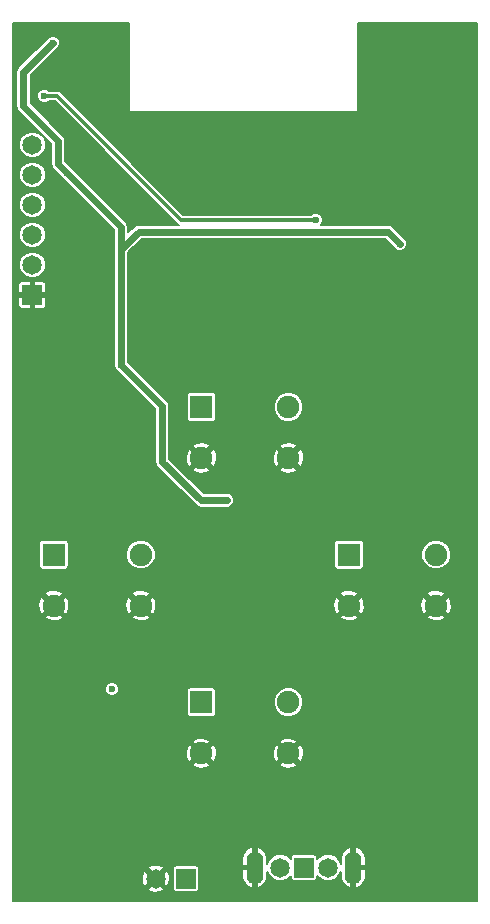
<source format=gbr>
G04 #@! TF.FileFunction,Copper,L2,Bot,Signal*
%FSLAX46Y46*%
G04 Gerber Fmt 4.6, Leading zero omitted, Abs format (unit mm)*
G04 Created by KiCad (PCBNEW 4.0.2+dfsg1-stable) date Sun 24 Sep 2017 04:33:04 PM CDT*
%MOMM*%
G01*
G04 APERTURE LIST*
%ADD10C,0.100000*%
%ADD11C,1.651000*%
%ADD12R,1.651000X1.651000*%
%ADD13O,1.397000X2.794000*%
%ADD14R,1.905000X1.905000*%
%ADD15C,1.905000*%
%ADD16C,8.000000*%
%ADD17C,0.600000*%
%ADD18C,0.300000*%
%ADD19C,0.200000*%
%ADD20C,0.600000*%
G04 APERTURE END LIST*
D10*
D11*
X77038300Y-146837700D03*
X72974300Y-146837700D03*
D12*
X75006300Y-146837700D03*
D13*
X79171900Y-146837700D03*
X70840700Y-146837700D03*
D12*
X52000000Y-98350000D03*
D11*
X52000000Y-95810000D03*
X52000000Y-93270000D03*
X52000000Y-90730000D03*
X52000000Y-88190000D03*
X52000000Y-85650000D03*
D14*
X66317000Y-107841000D03*
D15*
X66317000Y-112159000D03*
X73683000Y-112159000D03*
X73683000Y-107841000D03*
D14*
X78817000Y-120341000D03*
D15*
X78817000Y-124659000D03*
X86183000Y-124659000D03*
X86183000Y-120341000D03*
D14*
X66317000Y-132841000D03*
D15*
X66317000Y-137159000D03*
X73683000Y-137159000D03*
X73683000Y-132841000D03*
D14*
X53817000Y-120341000D03*
D15*
X53817000Y-124659000D03*
X61183000Y-124659000D03*
X61183000Y-120341000D03*
D16*
X55000000Y-112000000D03*
X85000000Y-112000000D03*
X55000000Y-142000000D03*
X85000000Y-142000000D03*
D12*
X65001240Y-147774960D03*
D11*
X62461240Y-147774960D03*
D17*
X53000000Y-81500000D03*
X76000000Y-92000000D03*
X73000000Y-97000000D03*
X70000000Y-97000000D03*
X67000000Y-97000000D03*
X64000000Y-97000000D03*
X81000000Y-149000000D03*
X85000000Y-149000000D03*
X89000000Y-149000000D03*
X59000000Y-149000000D03*
X55000000Y-149000006D03*
X51000000Y-149000000D03*
X89000000Y-104000000D03*
X60000000Y-91000000D03*
X57000000Y-93000000D03*
X51000000Y-77000000D03*
X52000000Y-76000000D03*
X59400000Y-82000000D03*
X64000000Y-83299994D03*
X59400000Y-80000000D03*
X59400000Y-77999994D03*
X64000000Y-106000000D03*
X68000000Y-106000000D03*
X72000000Y-106000000D03*
X69000000Y-103000000D03*
X66000000Y-103000000D03*
X63200002Y-103000000D03*
X62000000Y-104000000D03*
X84000000Y-99000000D03*
X81000000Y-102000000D03*
X78000000Y-102000000D03*
X89000000Y-98400000D03*
X89000000Y-93400000D03*
X89000000Y-80000001D03*
X89000000Y-86000000D03*
X89000000Y-76000000D03*
X84000000Y-76000000D03*
X65800000Y-125300000D03*
X67000000Y-129000000D03*
X70000000Y-129000000D03*
X67000000Y-126600000D03*
X55000000Y-91000000D03*
X69000000Y-94000000D03*
X64000000Y-94000000D03*
X73000000Y-94000000D03*
X73000000Y-90000000D03*
X64000000Y-90000000D03*
X64000000Y-88000000D03*
X73000000Y-88000000D03*
X73000000Y-86000000D03*
X64000000Y-86000000D03*
X80000000Y-76000000D03*
X80000000Y-78000000D03*
X80000000Y-80000000D03*
X80000000Y-82000000D03*
X67000000Y-83299994D03*
X75000000Y-83300000D03*
X73000000Y-83300000D03*
X70000000Y-83300000D03*
X59400000Y-76000000D03*
X55000010Y-86000000D03*
X52500000Y-134200000D03*
X78000000Y-99100000D03*
X79800000Y-98000000D03*
X83099990Y-94000000D03*
X53750000Y-77000000D03*
X54900000Y-88000000D03*
X68500000Y-115750000D03*
X59500000Y-104250000D03*
X58750000Y-131750000D03*
D18*
X53000000Y-81500000D02*
X54100000Y-81500000D01*
X54100000Y-81500000D02*
X64600000Y-92000000D01*
X64600000Y-92000000D02*
X75575736Y-92000000D01*
X75575736Y-92000000D02*
X76000000Y-92000000D01*
D19*
X70000000Y-97000000D02*
X73000000Y-97000000D01*
X67000000Y-97000000D02*
X70000000Y-97000000D01*
X64000000Y-94000000D02*
X64000000Y-97000000D01*
X89000000Y-149000000D02*
X85000000Y-149000000D01*
X54999994Y-149000000D02*
X55000000Y-149000006D01*
X51000000Y-149000000D02*
X54999994Y-149000000D01*
X59400000Y-82000000D02*
X59400000Y-82200000D01*
X59400000Y-82200000D02*
X60400000Y-83200000D01*
X60400000Y-83200000D02*
X63800000Y-83200000D01*
X63800000Y-83200000D02*
X64000000Y-83400000D01*
X55000000Y-91000000D02*
X57000000Y-93000000D01*
X59400000Y-76000000D02*
X52000000Y-76000000D01*
X64000000Y-83300000D02*
X64000000Y-83400000D01*
X64000000Y-83400000D02*
X64000000Y-86000000D01*
X59400000Y-82200000D02*
X59400000Y-80000000D01*
X59400000Y-76000000D02*
X59400000Y-77999994D01*
X68000000Y-106000000D02*
X64000000Y-106000000D01*
X69000000Y-103000000D02*
X72000000Y-106000000D01*
X63200002Y-103000000D02*
X66000000Y-103000000D01*
X78000000Y-102000000D02*
X81000000Y-102000000D01*
X89000000Y-86000000D02*
X89000000Y-80000001D01*
X84000000Y-76000000D02*
X89000000Y-76000000D01*
X67000000Y-128900000D02*
X67000000Y-129000000D01*
X67000000Y-126600000D02*
X67000000Y-128900000D01*
X73000000Y-94000000D02*
X64000000Y-94000000D01*
X64000000Y-88424264D02*
X64000000Y-90000000D01*
X64000000Y-88000000D02*
X64000000Y-88424264D01*
X73000000Y-86424264D02*
X73000000Y-88000000D01*
X73000000Y-86000000D02*
X73000000Y-86424264D01*
X80000000Y-80000000D02*
X80000000Y-78000000D01*
X79800000Y-83300000D02*
X80000000Y-83100000D01*
X80000000Y-83100000D02*
X80000000Y-82000000D01*
X75000000Y-83300000D02*
X79800000Y-83300000D01*
X64000000Y-83300000D02*
X66999994Y-83300000D01*
X66999994Y-83300000D02*
X67000000Y-83299994D01*
X70000000Y-83300000D02*
X73000000Y-83300000D01*
D20*
X83099990Y-94000000D02*
X82099990Y-93000000D01*
X82099990Y-93000000D02*
X61000000Y-93000000D01*
X61000000Y-93000000D02*
X59500000Y-94500000D01*
X59500000Y-104250000D02*
X59500000Y-94500000D01*
X59500000Y-94500000D02*
X59500000Y-92600000D01*
X53750000Y-77000000D02*
X51250000Y-79500000D01*
X51250000Y-79500000D02*
X51250000Y-82350000D01*
X51250000Y-82350000D02*
X54200000Y-85300000D01*
X54200000Y-85300000D02*
X54200000Y-87300000D01*
X54200000Y-87300000D02*
X54900000Y-88000000D01*
X59500000Y-92600000D02*
X55199999Y-88299999D01*
X55199999Y-88299999D02*
X54900000Y-88000000D01*
X63000000Y-112500000D02*
X63000000Y-107750000D01*
X63000000Y-107750000D02*
X59500000Y-104250000D01*
X68500000Y-115750000D02*
X66250000Y-115750000D01*
X66250000Y-115750000D02*
X63000000Y-112500000D01*
D19*
G36*
X60150000Y-82750000D02*
X60156839Y-82786346D01*
X60178319Y-82819727D01*
X60211094Y-82842121D01*
X60250000Y-82850000D01*
X79500000Y-82850000D01*
X79536346Y-82843161D01*
X79569727Y-82821681D01*
X79592121Y-82788906D01*
X79600000Y-82750000D01*
X79600000Y-75350000D01*
X89650000Y-75350000D01*
X89650000Y-149650000D01*
X50350000Y-149650000D01*
X50350000Y-148664085D01*
X61789904Y-148664085D01*
X61884773Y-148830399D01*
X62332553Y-148970663D01*
X62799924Y-148928892D01*
X63037707Y-148830399D01*
X63132576Y-148664085D01*
X62461240Y-147992749D01*
X61789904Y-148664085D01*
X50350000Y-148664085D01*
X50350000Y-147646273D01*
X61265537Y-147646273D01*
X61307308Y-148113644D01*
X61405801Y-148351427D01*
X61572115Y-148446296D01*
X62243451Y-147774960D01*
X62679029Y-147774960D01*
X63350365Y-148446296D01*
X63516679Y-148351427D01*
X63656943Y-147903647D01*
X63615172Y-147436276D01*
X63516679Y-147198493D01*
X63350365Y-147103624D01*
X62679029Y-147774960D01*
X62243451Y-147774960D01*
X61572115Y-147103624D01*
X61405801Y-147198493D01*
X61265537Y-147646273D01*
X50350000Y-147646273D01*
X50350000Y-146885835D01*
X61789904Y-146885835D01*
X62461240Y-147557171D01*
X63068951Y-146949460D01*
X63869863Y-146949460D01*
X63869863Y-148600460D01*
X63890782Y-148711633D01*
X63956485Y-148813739D01*
X64056737Y-148882238D01*
X64175740Y-148906337D01*
X65826740Y-148906337D01*
X65937913Y-148885418D01*
X66040019Y-148819715D01*
X66108518Y-148719463D01*
X66132617Y-148600460D01*
X66132617Y-146991700D01*
X69788200Y-146991700D01*
X69788200Y-147690200D01*
X69927250Y-148081252D01*
X70205365Y-148389325D01*
X70525721Y-148540464D01*
X70686700Y-148487820D01*
X70686700Y-146991700D01*
X69788200Y-146991700D01*
X66132617Y-146991700D01*
X66132617Y-146949460D01*
X66111698Y-146838287D01*
X66045995Y-146736181D01*
X65945743Y-146667682D01*
X65826740Y-146643583D01*
X64175740Y-146643583D01*
X64064567Y-146664502D01*
X63962461Y-146730205D01*
X63893962Y-146830457D01*
X63869863Y-146949460D01*
X63068951Y-146949460D01*
X63132576Y-146885835D01*
X63037707Y-146719521D01*
X62589927Y-146579257D01*
X62122556Y-146621028D01*
X61884773Y-146719521D01*
X61789904Y-146885835D01*
X50350000Y-146885835D01*
X50350000Y-145985200D01*
X69788200Y-145985200D01*
X69788200Y-146683700D01*
X70686700Y-146683700D01*
X70686700Y-145187580D01*
X70994700Y-145187580D01*
X70994700Y-146683700D01*
X71014700Y-146683700D01*
X71014700Y-146991700D01*
X70994700Y-146991700D01*
X70994700Y-148487820D01*
X71155679Y-148540464D01*
X71476035Y-148389325D01*
X71754150Y-148081252D01*
X71893200Y-147690200D01*
X71893200Y-147168522D01*
X72019591Y-147474412D01*
X72335923Y-147791296D01*
X72749442Y-147963004D01*
X73197194Y-147963395D01*
X73611012Y-147792409D01*
X73874923Y-147528958D01*
X73874923Y-147663200D01*
X73895842Y-147774373D01*
X73961545Y-147876479D01*
X74061797Y-147944978D01*
X74180800Y-147969077D01*
X75831800Y-147969077D01*
X75942973Y-147948158D01*
X76045079Y-147882455D01*
X76113578Y-147782203D01*
X76137677Y-147663200D01*
X76137677Y-147528592D01*
X76399923Y-147791296D01*
X76813442Y-147963004D01*
X77261194Y-147963395D01*
X77675012Y-147792409D01*
X77991896Y-147476077D01*
X78119400Y-147169013D01*
X78119400Y-147690200D01*
X78258450Y-148081252D01*
X78536565Y-148389325D01*
X78856921Y-148540464D01*
X79017900Y-148487820D01*
X79017900Y-146991700D01*
X79325900Y-146991700D01*
X79325900Y-148487820D01*
X79486879Y-148540464D01*
X79807235Y-148389325D01*
X80085350Y-148081252D01*
X80224400Y-147690200D01*
X80224400Y-146991700D01*
X79325900Y-146991700D01*
X79017900Y-146991700D01*
X78997900Y-146991700D01*
X78997900Y-146683700D01*
X79017900Y-146683700D01*
X79017900Y-145187580D01*
X79325900Y-145187580D01*
X79325900Y-146683700D01*
X80224400Y-146683700D01*
X80224400Y-145985200D01*
X80085350Y-145594148D01*
X79807235Y-145286075D01*
X79486879Y-145134936D01*
X79325900Y-145187580D01*
X79017900Y-145187580D01*
X78856921Y-145134936D01*
X78536565Y-145286075D01*
X78258450Y-145594148D01*
X78119400Y-145985200D01*
X78119400Y-146506878D01*
X77993009Y-146200988D01*
X77676677Y-145884104D01*
X77263158Y-145712396D01*
X76815406Y-145712005D01*
X76401588Y-145882991D01*
X76137677Y-146146442D01*
X76137677Y-146012200D01*
X76116758Y-145901027D01*
X76051055Y-145798921D01*
X75950803Y-145730422D01*
X75831800Y-145706323D01*
X74180800Y-145706323D01*
X74069627Y-145727242D01*
X73967521Y-145792945D01*
X73899022Y-145893197D01*
X73874923Y-146012200D01*
X73874923Y-146146808D01*
X73612677Y-145884104D01*
X73199158Y-145712396D01*
X72751406Y-145712005D01*
X72337588Y-145882991D01*
X72020704Y-146199323D01*
X71893200Y-146506387D01*
X71893200Y-145985200D01*
X71754150Y-145594148D01*
X71476035Y-145286075D01*
X71155679Y-145134936D01*
X70994700Y-145187580D01*
X70686700Y-145187580D01*
X70525721Y-145134936D01*
X70205365Y-145286075D01*
X69927250Y-145594148D01*
X69788200Y-145985200D01*
X50350000Y-145985200D01*
X50350000Y-138140481D01*
X65553308Y-138140481D01*
X65663852Y-138319981D01*
X66157859Y-138481556D01*
X66676092Y-138441783D01*
X66970148Y-138319981D01*
X67080692Y-138140481D01*
X72919308Y-138140481D01*
X73029852Y-138319981D01*
X73523859Y-138481556D01*
X74042092Y-138441783D01*
X74336148Y-138319981D01*
X74446692Y-138140481D01*
X73683000Y-137376789D01*
X72919308Y-138140481D01*
X67080692Y-138140481D01*
X66317000Y-137376789D01*
X65553308Y-138140481D01*
X50350000Y-138140481D01*
X50350000Y-136999859D01*
X64994444Y-136999859D01*
X65034217Y-137518092D01*
X65156019Y-137812148D01*
X65335519Y-137922692D01*
X66099211Y-137159000D01*
X66534789Y-137159000D01*
X67298481Y-137922692D01*
X67477981Y-137812148D01*
X67639556Y-137318141D01*
X67615129Y-136999859D01*
X72360444Y-136999859D01*
X72400217Y-137518092D01*
X72522019Y-137812148D01*
X72701519Y-137922692D01*
X73465211Y-137159000D01*
X73900789Y-137159000D01*
X74664481Y-137922692D01*
X74843981Y-137812148D01*
X75005556Y-137318141D01*
X74965783Y-136799908D01*
X74843981Y-136505852D01*
X74664481Y-136395308D01*
X73900789Y-137159000D01*
X73465211Y-137159000D01*
X72701519Y-136395308D01*
X72522019Y-136505852D01*
X72360444Y-136999859D01*
X67615129Y-136999859D01*
X67599783Y-136799908D01*
X67477981Y-136505852D01*
X67298481Y-136395308D01*
X66534789Y-137159000D01*
X66099211Y-137159000D01*
X65335519Y-136395308D01*
X65156019Y-136505852D01*
X64994444Y-136999859D01*
X50350000Y-136999859D01*
X50350000Y-136177519D01*
X65553308Y-136177519D01*
X66317000Y-136941211D01*
X67080692Y-136177519D01*
X72919308Y-136177519D01*
X73683000Y-136941211D01*
X74446692Y-136177519D01*
X74336148Y-135998019D01*
X73842141Y-135836444D01*
X73323908Y-135876217D01*
X73029852Y-135998019D01*
X72919308Y-136177519D01*
X67080692Y-136177519D01*
X66970148Y-135998019D01*
X66476141Y-135836444D01*
X65957908Y-135876217D01*
X65663852Y-135998019D01*
X65553308Y-136177519D01*
X50350000Y-136177519D01*
X50350000Y-131868824D01*
X58149896Y-131868824D01*
X58241048Y-132089429D01*
X58409683Y-132258359D01*
X58630129Y-132349896D01*
X58868824Y-132350104D01*
X59089429Y-132258952D01*
X59258359Y-132090317D01*
X59342160Y-131888500D01*
X65058623Y-131888500D01*
X65058623Y-133793500D01*
X65079542Y-133904673D01*
X65145245Y-134006779D01*
X65245497Y-134075278D01*
X65364500Y-134099377D01*
X67269500Y-134099377D01*
X67380673Y-134078458D01*
X67482779Y-134012755D01*
X67551278Y-133912503D01*
X67575377Y-133793500D01*
X67575377Y-133089045D01*
X72430283Y-133089045D01*
X72620563Y-133549557D01*
X72972589Y-133902199D01*
X73432769Y-134093282D01*
X73931045Y-134093717D01*
X74391557Y-133903437D01*
X74744199Y-133551411D01*
X74935282Y-133091231D01*
X74935717Y-132592955D01*
X74745437Y-132132443D01*
X74393411Y-131779801D01*
X73933231Y-131588718D01*
X73434955Y-131588283D01*
X72974443Y-131778563D01*
X72621801Y-132130589D01*
X72430718Y-132590769D01*
X72430283Y-133089045D01*
X67575377Y-133089045D01*
X67575377Y-131888500D01*
X67554458Y-131777327D01*
X67488755Y-131675221D01*
X67388503Y-131606722D01*
X67269500Y-131582623D01*
X65364500Y-131582623D01*
X65253327Y-131603542D01*
X65151221Y-131669245D01*
X65082722Y-131769497D01*
X65058623Y-131888500D01*
X59342160Y-131888500D01*
X59349896Y-131869871D01*
X59350104Y-131631176D01*
X59258952Y-131410571D01*
X59090317Y-131241641D01*
X58869871Y-131150104D01*
X58631176Y-131149896D01*
X58410571Y-131241048D01*
X58241641Y-131409683D01*
X58150104Y-131630129D01*
X58149896Y-131868824D01*
X50350000Y-131868824D01*
X50350000Y-125640481D01*
X53053308Y-125640481D01*
X53163852Y-125819981D01*
X53657859Y-125981556D01*
X54176092Y-125941783D01*
X54470148Y-125819981D01*
X54580692Y-125640481D01*
X60419308Y-125640481D01*
X60529852Y-125819981D01*
X61023859Y-125981556D01*
X61542092Y-125941783D01*
X61836148Y-125819981D01*
X61946692Y-125640481D01*
X78053308Y-125640481D01*
X78163852Y-125819981D01*
X78657859Y-125981556D01*
X79176092Y-125941783D01*
X79470148Y-125819981D01*
X79580692Y-125640481D01*
X85419308Y-125640481D01*
X85529852Y-125819981D01*
X86023859Y-125981556D01*
X86542092Y-125941783D01*
X86836148Y-125819981D01*
X86946692Y-125640481D01*
X86183000Y-124876789D01*
X85419308Y-125640481D01*
X79580692Y-125640481D01*
X78817000Y-124876789D01*
X78053308Y-125640481D01*
X61946692Y-125640481D01*
X61183000Y-124876789D01*
X60419308Y-125640481D01*
X54580692Y-125640481D01*
X53817000Y-124876789D01*
X53053308Y-125640481D01*
X50350000Y-125640481D01*
X50350000Y-124499859D01*
X52494444Y-124499859D01*
X52534217Y-125018092D01*
X52656019Y-125312148D01*
X52835519Y-125422692D01*
X53599211Y-124659000D01*
X54034789Y-124659000D01*
X54798481Y-125422692D01*
X54977981Y-125312148D01*
X55139556Y-124818141D01*
X55115129Y-124499859D01*
X59860444Y-124499859D01*
X59900217Y-125018092D01*
X60022019Y-125312148D01*
X60201519Y-125422692D01*
X60965211Y-124659000D01*
X61400789Y-124659000D01*
X62164481Y-125422692D01*
X62343981Y-125312148D01*
X62505556Y-124818141D01*
X62481129Y-124499859D01*
X77494444Y-124499859D01*
X77534217Y-125018092D01*
X77656019Y-125312148D01*
X77835519Y-125422692D01*
X78599211Y-124659000D01*
X79034789Y-124659000D01*
X79798481Y-125422692D01*
X79977981Y-125312148D01*
X80139556Y-124818141D01*
X80115129Y-124499859D01*
X84860444Y-124499859D01*
X84900217Y-125018092D01*
X85022019Y-125312148D01*
X85201519Y-125422692D01*
X85965211Y-124659000D01*
X86400789Y-124659000D01*
X87164481Y-125422692D01*
X87343981Y-125312148D01*
X87505556Y-124818141D01*
X87465783Y-124299908D01*
X87343981Y-124005852D01*
X87164481Y-123895308D01*
X86400789Y-124659000D01*
X85965211Y-124659000D01*
X85201519Y-123895308D01*
X85022019Y-124005852D01*
X84860444Y-124499859D01*
X80115129Y-124499859D01*
X80099783Y-124299908D01*
X79977981Y-124005852D01*
X79798481Y-123895308D01*
X79034789Y-124659000D01*
X78599211Y-124659000D01*
X77835519Y-123895308D01*
X77656019Y-124005852D01*
X77494444Y-124499859D01*
X62481129Y-124499859D01*
X62465783Y-124299908D01*
X62343981Y-124005852D01*
X62164481Y-123895308D01*
X61400789Y-124659000D01*
X60965211Y-124659000D01*
X60201519Y-123895308D01*
X60022019Y-124005852D01*
X59860444Y-124499859D01*
X55115129Y-124499859D01*
X55099783Y-124299908D01*
X54977981Y-124005852D01*
X54798481Y-123895308D01*
X54034789Y-124659000D01*
X53599211Y-124659000D01*
X52835519Y-123895308D01*
X52656019Y-124005852D01*
X52494444Y-124499859D01*
X50350000Y-124499859D01*
X50350000Y-123677519D01*
X53053308Y-123677519D01*
X53817000Y-124441211D01*
X54580692Y-123677519D01*
X60419308Y-123677519D01*
X61183000Y-124441211D01*
X61946692Y-123677519D01*
X78053308Y-123677519D01*
X78817000Y-124441211D01*
X79580692Y-123677519D01*
X85419308Y-123677519D01*
X86183000Y-124441211D01*
X86946692Y-123677519D01*
X86836148Y-123498019D01*
X86342141Y-123336444D01*
X85823908Y-123376217D01*
X85529852Y-123498019D01*
X85419308Y-123677519D01*
X79580692Y-123677519D01*
X79470148Y-123498019D01*
X78976141Y-123336444D01*
X78457908Y-123376217D01*
X78163852Y-123498019D01*
X78053308Y-123677519D01*
X61946692Y-123677519D01*
X61836148Y-123498019D01*
X61342141Y-123336444D01*
X60823908Y-123376217D01*
X60529852Y-123498019D01*
X60419308Y-123677519D01*
X54580692Y-123677519D01*
X54470148Y-123498019D01*
X53976141Y-123336444D01*
X53457908Y-123376217D01*
X53163852Y-123498019D01*
X53053308Y-123677519D01*
X50350000Y-123677519D01*
X50350000Y-119388500D01*
X52558623Y-119388500D01*
X52558623Y-121293500D01*
X52579542Y-121404673D01*
X52645245Y-121506779D01*
X52745497Y-121575278D01*
X52864500Y-121599377D01*
X54769500Y-121599377D01*
X54880673Y-121578458D01*
X54982779Y-121512755D01*
X55051278Y-121412503D01*
X55075377Y-121293500D01*
X55075377Y-120589045D01*
X59930283Y-120589045D01*
X60120563Y-121049557D01*
X60472589Y-121402199D01*
X60932769Y-121593282D01*
X61431045Y-121593717D01*
X61891557Y-121403437D01*
X62244199Y-121051411D01*
X62435282Y-120591231D01*
X62435717Y-120092955D01*
X62245437Y-119632443D01*
X62001921Y-119388500D01*
X77558623Y-119388500D01*
X77558623Y-121293500D01*
X77579542Y-121404673D01*
X77645245Y-121506779D01*
X77745497Y-121575278D01*
X77864500Y-121599377D01*
X79769500Y-121599377D01*
X79880673Y-121578458D01*
X79982779Y-121512755D01*
X80051278Y-121412503D01*
X80075377Y-121293500D01*
X80075377Y-120589045D01*
X84930283Y-120589045D01*
X85120563Y-121049557D01*
X85472589Y-121402199D01*
X85932769Y-121593282D01*
X86431045Y-121593717D01*
X86891557Y-121403437D01*
X87244199Y-121051411D01*
X87435282Y-120591231D01*
X87435717Y-120092955D01*
X87245437Y-119632443D01*
X86893411Y-119279801D01*
X86433231Y-119088718D01*
X85934955Y-119088283D01*
X85474443Y-119278563D01*
X85121801Y-119630589D01*
X84930718Y-120090769D01*
X84930283Y-120589045D01*
X80075377Y-120589045D01*
X80075377Y-119388500D01*
X80054458Y-119277327D01*
X79988755Y-119175221D01*
X79888503Y-119106722D01*
X79769500Y-119082623D01*
X77864500Y-119082623D01*
X77753327Y-119103542D01*
X77651221Y-119169245D01*
X77582722Y-119269497D01*
X77558623Y-119388500D01*
X62001921Y-119388500D01*
X61893411Y-119279801D01*
X61433231Y-119088718D01*
X60934955Y-119088283D01*
X60474443Y-119278563D01*
X60121801Y-119630589D01*
X59930718Y-120090769D01*
X59930283Y-120589045D01*
X55075377Y-120589045D01*
X55075377Y-119388500D01*
X55054458Y-119277327D01*
X54988755Y-119175221D01*
X54888503Y-119106722D01*
X54769500Y-119082623D01*
X52864500Y-119082623D01*
X52753327Y-119103542D01*
X52651221Y-119169245D01*
X52582722Y-119269497D01*
X52558623Y-119388500D01*
X50350000Y-119388500D01*
X50350000Y-98592500D01*
X50820500Y-98592500D01*
X50820500Y-99245915D01*
X50874393Y-99376025D01*
X50973975Y-99475607D01*
X51104085Y-99529500D01*
X51757500Y-99529500D01*
X51846000Y-99441000D01*
X51846000Y-98504000D01*
X52154000Y-98504000D01*
X52154000Y-99441000D01*
X52242500Y-99529500D01*
X52895915Y-99529500D01*
X53026025Y-99475607D01*
X53125607Y-99376025D01*
X53179500Y-99245915D01*
X53179500Y-98592500D01*
X53091000Y-98504000D01*
X52154000Y-98504000D01*
X51846000Y-98504000D01*
X50909000Y-98504000D01*
X50820500Y-98592500D01*
X50350000Y-98592500D01*
X50350000Y-97454085D01*
X50820500Y-97454085D01*
X50820500Y-98107500D01*
X50909000Y-98196000D01*
X51846000Y-98196000D01*
X51846000Y-97259000D01*
X52154000Y-97259000D01*
X52154000Y-98196000D01*
X53091000Y-98196000D01*
X53179500Y-98107500D01*
X53179500Y-97454085D01*
X53125607Y-97323975D01*
X53026025Y-97224393D01*
X52895915Y-97170500D01*
X52242500Y-97170500D01*
X52154000Y-97259000D01*
X51846000Y-97259000D01*
X51757500Y-97170500D01*
X51104085Y-97170500D01*
X50973975Y-97224393D01*
X50874393Y-97323975D01*
X50820500Y-97454085D01*
X50350000Y-97454085D01*
X50350000Y-96032894D01*
X50874305Y-96032894D01*
X51045291Y-96446712D01*
X51361623Y-96763596D01*
X51775142Y-96935304D01*
X52222894Y-96935695D01*
X52636712Y-96764709D01*
X52953596Y-96448377D01*
X53125304Y-96034858D01*
X53125695Y-95587106D01*
X52954709Y-95173288D01*
X52638377Y-94856404D01*
X52224858Y-94684696D01*
X51777106Y-94684305D01*
X51363288Y-94855291D01*
X51046404Y-95171623D01*
X50874696Y-95585142D01*
X50874305Y-96032894D01*
X50350000Y-96032894D01*
X50350000Y-93492894D01*
X50874305Y-93492894D01*
X51045291Y-93906712D01*
X51361623Y-94223596D01*
X51775142Y-94395304D01*
X52222894Y-94395695D01*
X52636712Y-94224709D01*
X52953596Y-93908377D01*
X53125304Y-93494858D01*
X53125695Y-93047106D01*
X52954709Y-92633288D01*
X52638377Y-92316404D01*
X52224858Y-92144696D01*
X51777106Y-92144305D01*
X51363288Y-92315291D01*
X51046404Y-92631623D01*
X50874696Y-93045142D01*
X50874305Y-93492894D01*
X50350000Y-93492894D01*
X50350000Y-90952894D01*
X50874305Y-90952894D01*
X51045291Y-91366712D01*
X51361623Y-91683596D01*
X51775142Y-91855304D01*
X52222894Y-91855695D01*
X52636712Y-91684709D01*
X52953596Y-91368377D01*
X53125304Y-90954858D01*
X53125695Y-90507106D01*
X52954709Y-90093288D01*
X52638377Y-89776404D01*
X52224858Y-89604696D01*
X51777106Y-89604305D01*
X51363288Y-89775291D01*
X51046404Y-90091623D01*
X50874696Y-90505142D01*
X50874305Y-90952894D01*
X50350000Y-90952894D01*
X50350000Y-88412894D01*
X50874305Y-88412894D01*
X51045291Y-88826712D01*
X51361623Y-89143596D01*
X51775142Y-89315304D01*
X52222894Y-89315695D01*
X52636712Y-89144709D01*
X52953596Y-88828377D01*
X53125304Y-88414858D01*
X53125695Y-87967106D01*
X52954709Y-87553288D01*
X52638377Y-87236404D01*
X52224858Y-87064696D01*
X51777106Y-87064305D01*
X51363288Y-87235291D01*
X51046404Y-87551623D01*
X50874696Y-87965142D01*
X50874305Y-88412894D01*
X50350000Y-88412894D01*
X50350000Y-85872894D01*
X50874305Y-85872894D01*
X51045291Y-86286712D01*
X51361623Y-86603596D01*
X51775142Y-86775304D01*
X52222894Y-86775695D01*
X52636712Y-86604709D01*
X52953596Y-86288377D01*
X53125304Y-85874858D01*
X53125695Y-85427106D01*
X52954709Y-85013288D01*
X52638377Y-84696404D01*
X52224858Y-84524696D01*
X51777106Y-84524305D01*
X51363288Y-84695291D01*
X51046404Y-85011623D01*
X50874696Y-85425142D01*
X50874305Y-85872894D01*
X50350000Y-85872894D01*
X50350000Y-79500000D01*
X50650000Y-79500000D01*
X50650000Y-82350000D01*
X50695672Y-82579610D01*
X50825736Y-82774264D01*
X53600000Y-85548528D01*
X53600000Y-87300000D01*
X53645672Y-87529610D01*
X53775736Y-87724264D01*
X54475080Y-88423608D01*
X54559683Y-88508359D01*
X54559936Y-88508464D01*
X58900000Y-92848528D01*
X58900000Y-104249477D01*
X58899896Y-104368824D01*
X58991048Y-104589429D01*
X59159683Y-104758359D01*
X59159936Y-104758464D01*
X62400000Y-107998528D01*
X62400000Y-112500000D01*
X62445672Y-112729610D01*
X62575736Y-112924264D01*
X65825736Y-116174264D01*
X66020390Y-116304328D01*
X66250000Y-116350000D01*
X68499476Y-116350000D01*
X68618824Y-116350104D01*
X68839429Y-116258952D01*
X69008359Y-116090317D01*
X69099896Y-115869871D01*
X69100104Y-115631176D01*
X69008952Y-115410571D01*
X68840317Y-115241641D01*
X68619871Y-115150104D01*
X68381176Y-115149896D01*
X68380924Y-115150000D01*
X66498528Y-115150000D01*
X64489009Y-113140481D01*
X65553308Y-113140481D01*
X65663852Y-113319981D01*
X66157859Y-113481556D01*
X66676092Y-113441783D01*
X66970148Y-113319981D01*
X67080692Y-113140481D01*
X72919308Y-113140481D01*
X73029852Y-113319981D01*
X73523859Y-113481556D01*
X74042092Y-113441783D01*
X74336148Y-113319981D01*
X74446692Y-113140481D01*
X73683000Y-112376789D01*
X72919308Y-113140481D01*
X67080692Y-113140481D01*
X66317000Y-112376789D01*
X65553308Y-113140481D01*
X64489009Y-113140481D01*
X63600000Y-112251472D01*
X63600000Y-111999859D01*
X64994444Y-111999859D01*
X65034217Y-112518092D01*
X65156019Y-112812148D01*
X65335519Y-112922692D01*
X66099211Y-112159000D01*
X66534789Y-112159000D01*
X67298481Y-112922692D01*
X67477981Y-112812148D01*
X67639556Y-112318141D01*
X67615129Y-111999859D01*
X72360444Y-111999859D01*
X72400217Y-112518092D01*
X72522019Y-112812148D01*
X72701519Y-112922692D01*
X73465211Y-112159000D01*
X73900789Y-112159000D01*
X74664481Y-112922692D01*
X74843981Y-112812148D01*
X75005556Y-112318141D01*
X74965783Y-111799908D01*
X74843981Y-111505852D01*
X74664481Y-111395308D01*
X73900789Y-112159000D01*
X73465211Y-112159000D01*
X72701519Y-111395308D01*
X72522019Y-111505852D01*
X72360444Y-111999859D01*
X67615129Y-111999859D01*
X67599783Y-111799908D01*
X67477981Y-111505852D01*
X67298481Y-111395308D01*
X66534789Y-112159000D01*
X66099211Y-112159000D01*
X65335519Y-111395308D01*
X65156019Y-111505852D01*
X64994444Y-111999859D01*
X63600000Y-111999859D01*
X63600000Y-111177519D01*
X65553308Y-111177519D01*
X66317000Y-111941211D01*
X67080692Y-111177519D01*
X72919308Y-111177519D01*
X73683000Y-111941211D01*
X74446692Y-111177519D01*
X74336148Y-110998019D01*
X73842141Y-110836444D01*
X73323908Y-110876217D01*
X73029852Y-110998019D01*
X72919308Y-111177519D01*
X67080692Y-111177519D01*
X66970148Y-110998019D01*
X66476141Y-110836444D01*
X65957908Y-110876217D01*
X65663852Y-110998019D01*
X65553308Y-111177519D01*
X63600000Y-111177519D01*
X63600000Y-107750000D01*
X63554328Y-107520390D01*
X63554328Y-107520389D01*
X63424264Y-107325736D01*
X62987028Y-106888500D01*
X65058623Y-106888500D01*
X65058623Y-108793500D01*
X65079542Y-108904673D01*
X65145245Y-109006779D01*
X65245497Y-109075278D01*
X65364500Y-109099377D01*
X67269500Y-109099377D01*
X67380673Y-109078458D01*
X67482779Y-109012755D01*
X67551278Y-108912503D01*
X67575377Y-108793500D01*
X67575377Y-108089045D01*
X72430283Y-108089045D01*
X72620563Y-108549557D01*
X72972589Y-108902199D01*
X73432769Y-109093282D01*
X73931045Y-109093717D01*
X74391557Y-108903437D01*
X74744199Y-108551411D01*
X74935282Y-108091231D01*
X74935717Y-107592955D01*
X74745437Y-107132443D01*
X74393411Y-106779801D01*
X73933231Y-106588718D01*
X73434955Y-106588283D01*
X72974443Y-106778563D01*
X72621801Y-107130589D01*
X72430718Y-107590769D01*
X72430283Y-108089045D01*
X67575377Y-108089045D01*
X67575377Y-106888500D01*
X67554458Y-106777327D01*
X67488755Y-106675221D01*
X67388503Y-106606722D01*
X67269500Y-106582623D01*
X65364500Y-106582623D01*
X65253327Y-106603542D01*
X65151221Y-106669245D01*
X65082722Y-106769497D01*
X65058623Y-106888500D01*
X62987028Y-106888500D01*
X60100000Y-104001472D01*
X60100000Y-94748528D01*
X61248528Y-93600000D01*
X81851462Y-93600000D01*
X82675070Y-94423608D01*
X82759673Y-94508359D01*
X82980119Y-94599896D01*
X83218814Y-94600104D01*
X83439419Y-94508952D01*
X83608349Y-94340317D01*
X83699886Y-94119871D01*
X83700094Y-93881176D01*
X83608942Y-93660571D01*
X83440307Y-93491641D01*
X83440054Y-93491536D01*
X82524254Y-92575736D01*
X82329600Y-92445672D01*
X82099990Y-92400000D01*
X76448572Y-92400000D01*
X76508359Y-92340317D01*
X76599896Y-92119871D01*
X76600104Y-91881176D01*
X76508952Y-91660571D01*
X76340317Y-91491641D01*
X76119871Y-91400104D01*
X75881176Y-91399896D01*
X75660571Y-91491048D01*
X75601516Y-91550000D01*
X64786396Y-91550000D01*
X54418198Y-81181802D01*
X54385095Y-81159683D01*
X54272208Y-81084254D01*
X54100000Y-81050000D01*
X53398574Y-81050000D01*
X53340317Y-80991641D01*
X53119871Y-80900104D01*
X52881176Y-80899896D01*
X52660571Y-80991048D01*
X52491641Y-81159683D01*
X52400104Y-81380129D01*
X52399896Y-81618824D01*
X52491048Y-81839429D01*
X52659683Y-82008359D01*
X52880129Y-82099896D01*
X53118824Y-82100104D01*
X53339429Y-82008952D01*
X53398484Y-81950000D01*
X53913604Y-81950000D01*
X64281802Y-92318198D01*
X64404227Y-92400000D01*
X61000000Y-92400000D01*
X60770389Y-92445672D01*
X60575736Y-92575736D01*
X60100000Y-93051472D01*
X60100000Y-92600000D01*
X60054328Y-92370390D01*
X59924264Y-92175736D01*
X55324920Y-87576392D01*
X55240317Y-87491641D01*
X55240064Y-87491536D01*
X54800000Y-87051472D01*
X54800000Y-85300000D01*
X54754328Y-85070390D01*
X54624264Y-84875736D01*
X51850000Y-82101472D01*
X51850000Y-79748528D01*
X54173608Y-77424920D01*
X54258359Y-77340317D01*
X54349896Y-77119871D01*
X54350104Y-76881176D01*
X54258952Y-76660571D01*
X54090317Y-76491641D01*
X53869871Y-76400104D01*
X53631176Y-76399896D01*
X53410571Y-76491048D01*
X53241641Y-76659683D01*
X53241536Y-76659936D01*
X50825736Y-79075736D01*
X50695672Y-79270390D01*
X50650000Y-79500000D01*
X50350000Y-79500000D01*
X50350000Y-75350000D01*
X60150000Y-75350000D01*
X60150000Y-82750000D01*
X60150000Y-82750000D01*
G37*
X60150000Y-82750000D02*
X60156839Y-82786346D01*
X60178319Y-82819727D01*
X60211094Y-82842121D01*
X60250000Y-82850000D01*
X79500000Y-82850000D01*
X79536346Y-82843161D01*
X79569727Y-82821681D01*
X79592121Y-82788906D01*
X79600000Y-82750000D01*
X79600000Y-75350000D01*
X89650000Y-75350000D01*
X89650000Y-149650000D01*
X50350000Y-149650000D01*
X50350000Y-148664085D01*
X61789904Y-148664085D01*
X61884773Y-148830399D01*
X62332553Y-148970663D01*
X62799924Y-148928892D01*
X63037707Y-148830399D01*
X63132576Y-148664085D01*
X62461240Y-147992749D01*
X61789904Y-148664085D01*
X50350000Y-148664085D01*
X50350000Y-147646273D01*
X61265537Y-147646273D01*
X61307308Y-148113644D01*
X61405801Y-148351427D01*
X61572115Y-148446296D01*
X62243451Y-147774960D01*
X62679029Y-147774960D01*
X63350365Y-148446296D01*
X63516679Y-148351427D01*
X63656943Y-147903647D01*
X63615172Y-147436276D01*
X63516679Y-147198493D01*
X63350365Y-147103624D01*
X62679029Y-147774960D01*
X62243451Y-147774960D01*
X61572115Y-147103624D01*
X61405801Y-147198493D01*
X61265537Y-147646273D01*
X50350000Y-147646273D01*
X50350000Y-146885835D01*
X61789904Y-146885835D01*
X62461240Y-147557171D01*
X63068951Y-146949460D01*
X63869863Y-146949460D01*
X63869863Y-148600460D01*
X63890782Y-148711633D01*
X63956485Y-148813739D01*
X64056737Y-148882238D01*
X64175740Y-148906337D01*
X65826740Y-148906337D01*
X65937913Y-148885418D01*
X66040019Y-148819715D01*
X66108518Y-148719463D01*
X66132617Y-148600460D01*
X66132617Y-146991700D01*
X69788200Y-146991700D01*
X69788200Y-147690200D01*
X69927250Y-148081252D01*
X70205365Y-148389325D01*
X70525721Y-148540464D01*
X70686700Y-148487820D01*
X70686700Y-146991700D01*
X69788200Y-146991700D01*
X66132617Y-146991700D01*
X66132617Y-146949460D01*
X66111698Y-146838287D01*
X66045995Y-146736181D01*
X65945743Y-146667682D01*
X65826740Y-146643583D01*
X64175740Y-146643583D01*
X64064567Y-146664502D01*
X63962461Y-146730205D01*
X63893962Y-146830457D01*
X63869863Y-146949460D01*
X63068951Y-146949460D01*
X63132576Y-146885835D01*
X63037707Y-146719521D01*
X62589927Y-146579257D01*
X62122556Y-146621028D01*
X61884773Y-146719521D01*
X61789904Y-146885835D01*
X50350000Y-146885835D01*
X50350000Y-145985200D01*
X69788200Y-145985200D01*
X69788200Y-146683700D01*
X70686700Y-146683700D01*
X70686700Y-145187580D01*
X70994700Y-145187580D01*
X70994700Y-146683700D01*
X71014700Y-146683700D01*
X71014700Y-146991700D01*
X70994700Y-146991700D01*
X70994700Y-148487820D01*
X71155679Y-148540464D01*
X71476035Y-148389325D01*
X71754150Y-148081252D01*
X71893200Y-147690200D01*
X71893200Y-147168522D01*
X72019591Y-147474412D01*
X72335923Y-147791296D01*
X72749442Y-147963004D01*
X73197194Y-147963395D01*
X73611012Y-147792409D01*
X73874923Y-147528958D01*
X73874923Y-147663200D01*
X73895842Y-147774373D01*
X73961545Y-147876479D01*
X74061797Y-147944978D01*
X74180800Y-147969077D01*
X75831800Y-147969077D01*
X75942973Y-147948158D01*
X76045079Y-147882455D01*
X76113578Y-147782203D01*
X76137677Y-147663200D01*
X76137677Y-147528592D01*
X76399923Y-147791296D01*
X76813442Y-147963004D01*
X77261194Y-147963395D01*
X77675012Y-147792409D01*
X77991896Y-147476077D01*
X78119400Y-147169013D01*
X78119400Y-147690200D01*
X78258450Y-148081252D01*
X78536565Y-148389325D01*
X78856921Y-148540464D01*
X79017900Y-148487820D01*
X79017900Y-146991700D01*
X79325900Y-146991700D01*
X79325900Y-148487820D01*
X79486879Y-148540464D01*
X79807235Y-148389325D01*
X80085350Y-148081252D01*
X80224400Y-147690200D01*
X80224400Y-146991700D01*
X79325900Y-146991700D01*
X79017900Y-146991700D01*
X78997900Y-146991700D01*
X78997900Y-146683700D01*
X79017900Y-146683700D01*
X79017900Y-145187580D01*
X79325900Y-145187580D01*
X79325900Y-146683700D01*
X80224400Y-146683700D01*
X80224400Y-145985200D01*
X80085350Y-145594148D01*
X79807235Y-145286075D01*
X79486879Y-145134936D01*
X79325900Y-145187580D01*
X79017900Y-145187580D01*
X78856921Y-145134936D01*
X78536565Y-145286075D01*
X78258450Y-145594148D01*
X78119400Y-145985200D01*
X78119400Y-146506878D01*
X77993009Y-146200988D01*
X77676677Y-145884104D01*
X77263158Y-145712396D01*
X76815406Y-145712005D01*
X76401588Y-145882991D01*
X76137677Y-146146442D01*
X76137677Y-146012200D01*
X76116758Y-145901027D01*
X76051055Y-145798921D01*
X75950803Y-145730422D01*
X75831800Y-145706323D01*
X74180800Y-145706323D01*
X74069627Y-145727242D01*
X73967521Y-145792945D01*
X73899022Y-145893197D01*
X73874923Y-146012200D01*
X73874923Y-146146808D01*
X73612677Y-145884104D01*
X73199158Y-145712396D01*
X72751406Y-145712005D01*
X72337588Y-145882991D01*
X72020704Y-146199323D01*
X71893200Y-146506387D01*
X71893200Y-145985200D01*
X71754150Y-145594148D01*
X71476035Y-145286075D01*
X71155679Y-145134936D01*
X70994700Y-145187580D01*
X70686700Y-145187580D01*
X70525721Y-145134936D01*
X70205365Y-145286075D01*
X69927250Y-145594148D01*
X69788200Y-145985200D01*
X50350000Y-145985200D01*
X50350000Y-138140481D01*
X65553308Y-138140481D01*
X65663852Y-138319981D01*
X66157859Y-138481556D01*
X66676092Y-138441783D01*
X66970148Y-138319981D01*
X67080692Y-138140481D01*
X72919308Y-138140481D01*
X73029852Y-138319981D01*
X73523859Y-138481556D01*
X74042092Y-138441783D01*
X74336148Y-138319981D01*
X74446692Y-138140481D01*
X73683000Y-137376789D01*
X72919308Y-138140481D01*
X67080692Y-138140481D01*
X66317000Y-137376789D01*
X65553308Y-138140481D01*
X50350000Y-138140481D01*
X50350000Y-136999859D01*
X64994444Y-136999859D01*
X65034217Y-137518092D01*
X65156019Y-137812148D01*
X65335519Y-137922692D01*
X66099211Y-137159000D01*
X66534789Y-137159000D01*
X67298481Y-137922692D01*
X67477981Y-137812148D01*
X67639556Y-137318141D01*
X67615129Y-136999859D01*
X72360444Y-136999859D01*
X72400217Y-137518092D01*
X72522019Y-137812148D01*
X72701519Y-137922692D01*
X73465211Y-137159000D01*
X73900789Y-137159000D01*
X74664481Y-137922692D01*
X74843981Y-137812148D01*
X75005556Y-137318141D01*
X74965783Y-136799908D01*
X74843981Y-136505852D01*
X74664481Y-136395308D01*
X73900789Y-137159000D01*
X73465211Y-137159000D01*
X72701519Y-136395308D01*
X72522019Y-136505852D01*
X72360444Y-136999859D01*
X67615129Y-136999859D01*
X67599783Y-136799908D01*
X67477981Y-136505852D01*
X67298481Y-136395308D01*
X66534789Y-137159000D01*
X66099211Y-137159000D01*
X65335519Y-136395308D01*
X65156019Y-136505852D01*
X64994444Y-136999859D01*
X50350000Y-136999859D01*
X50350000Y-136177519D01*
X65553308Y-136177519D01*
X66317000Y-136941211D01*
X67080692Y-136177519D01*
X72919308Y-136177519D01*
X73683000Y-136941211D01*
X74446692Y-136177519D01*
X74336148Y-135998019D01*
X73842141Y-135836444D01*
X73323908Y-135876217D01*
X73029852Y-135998019D01*
X72919308Y-136177519D01*
X67080692Y-136177519D01*
X66970148Y-135998019D01*
X66476141Y-135836444D01*
X65957908Y-135876217D01*
X65663852Y-135998019D01*
X65553308Y-136177519D01*
X50350000Y-136177519D01*
X50350000Y-131868824D01*
X58149896Y-131868824D01*
X58241048Y-132089429D01*
X58409683Y-132258359D01*
X58630129Y-132349896D01*
X58868824Y-132350104D01*
X59089429Y-132258952D01*
X59258359Y-132090317D01*
X59342160Y-131888500D01*
X65058623Y-131888500D01*
X65058623Y-133793500D01*
X65079542Y-133904673D01*
X65145245Y-134006779D01*
X65245497Y-134075278D01*
X65364500Y-134099377D01*
X67269500Y-134099377D01*
X67380673Y-134078458D01*
X67482779Y-134012755D01*
X67551278Y-133912503D01*
X67575377Y-133793500D01*
X67575377Y-133089045D01*
X72430283Y-133089045D01*
X72620563Y-133549557D01*
X72972589Y-133902199D01*
X73432769Y-134093282D01*
X73931045Y-134093717D01*
X74391557Y-133903437D01*
X74744199Y-133551411D01*
X74935282Y-133091231D01*
X74935717Y-132592955D01*
X74745437Y-132132443D01*
X74393411Y-131779801D01*
X73933231Y-131588718D01*
X73434955Y-131588283D01*
X72974443Y-131778563D01*
X72621801Y-132130589D01*
X72430718Y-132590769D01*
X72430283Y-133089045D01*
X67575377Y-133089045D01*
X67575377Y-131888500D01*
X67554458Y-131777327D01*
X67488755Y-131675221D01*
X67388503Y-131606722D01*
X67269500Y-131582623D01*
X65364500Y-131582623D01*
X65253327Y-131603542D01*
X65151221Y-131669245D01*
X65082722Y-131769497D01*
X65058623Y-131888500D01*
X59342160Y-131888500D01*
X59349896Y-131869871D01*
X59350104Y-131631176D01*
X59258952Y-131410571D01*
X59090317Y-131241641D01*
X58869871Y-131150104D01*
X58631176Y-131149896D01*
X58410571Y-131241048D01*
X58241641Y-131409683D01*
X58150104Y-131630129D01*
X58149896Y-131868824D01*
X50350000Y-131868824D01*
X50350000Y-125640481D01*
X53053308Y-125640481D01*
X53163852Y-125819981D01*
X53657859Y-125981556D01*
X54176092Y-125941783D01*
X54470148Y-125819981D01*
X54580692Y-125640481D01*
X60419308Y-125640481D01*
X60529852Y-125819981D01*
X61023859Y-125981556D01*
X61542092Y-125941783D01*
X61836148Y-125819981D01*
X61946692Y-125640481D01*
X78053308Y-125640481D01*
X78163852Y-125819981D01*
X78657859Y-125981556D01*
X79176092Y-125941783D01*
X79470148Y-125819981D01*
X79580692Y-125640481D01*
X85419308Y-125640481D01*
X85529852Y-125819981D01*
X86023859Y-125981556D01*
X86542092Y-125941783D01*
X86836148Y-125819981D01*
X86946692Y-125640481D01*
X86183000Y-124876789D01*
X85419308Y-125640481D01*
X79580692Y-125640481D01*
X78817000Y-124876789D01*
X78053308Y-125640481D01*
X61946692Y-125640481D01*
X61183000Y-124876789D01*
X60419308Y-125640481D01*
X54580692Y-125640481D01*
X53817000Y-124876789D01*
X53053308Y-125640481D01*
X50350000Y-125640481D01*
X50350000Y-124499859D01*
X52494444Y-124499859D01*
X52534217Y-125018092D01*
X52656019Y-125312148D01*
X52835519Y-125422692D01*
X53599211Y-124659000D01*
X54034789Y-124659000D01*
X54798481Y-125422692D01*
X54977981Y-125312148D01*
X55139556Y-124818141D01*
X55115129Y-124499859D01*
X59860444Y-124499859D01*
X59900217Y-125018092D01*
X60022019Y-125312148D01*
X60201519Y-125422692D01*
X60965211Y-124659000D01*
X61400789Y-124659000D01*
X62164481Y-125422692D01*
X62343981Y-125312148D01*
X62505556Y-124818141D01*
X62481129Y-124499859D01*
X77494444Y-124499859D01*
X77534217Y-125018092D01*
X77656019Y-125312148D01*
X77835519Y-125422692D01*
X78599211Y-124659000D01*
X79034789Y-124659000D01*
X79798481Y-125422692D01*
X79977981Y-125312148D01*
X80139556Y-124818141D01*
X80115129Y-124499859D01*
X84860444Y-124499859D01*
X84900217Y-125018092D01*
X85022019Y-125312148D01*
X85201519Y-125422692D01*
X85965211Y-124659000D01*
X86400789Y-124659000D01*
X87164481Y-125422692D01*
X87343981Y-125312148D01*
X87505556Y-124818141D01*
X87465783Y-124299908D01*
X87343981Y-124005852D01*
X87164481Y-123895308D01*
X86400789Y-124659000D01*
X85965211Y-124659000D01*
X85201519Y-123895308D01*
X85022019Y-124005852D01*
X84860444Y-124499859D01*
X80115129Y-124499859D01*
X80099783Y-124299908D01*
X79977981Y-124005852D01*
X79798481Y-123895308D01*
X79034789Y-124659000D01*
X78599211Y-124659000D01*
X77835519Y-123895308D01*
X77656019Y-124005852D01*
X77494444Y-124499859D01*
X62481129Y-124499859D01*
X62465783Y-124299908D01*
X62343981Y-124005852D01*
X62164481Y-123895308D01*
X61400789Y-124659000D01*
X60965211Y-124659000D01*
X60201519Y-123895308D01*
X60022019Y-124005852D01*
X59860444Y-124499859D01*
X55115129Y-124499859D01*
X55099783Y-124299908D01*
X54977981Y-124005852D01*
X54798481Y-123895308D01*
X54034789Y-124659000D01*
X53599211Y-124659000D01*
X52835519Y-123895308D01*
X52656019Y-124005852D01*
X52494444Y-124499859D01*
X50350000Y-124499859D01*
X50350000Y-123677519D01*
X53053308Y-123677519D01*
X53817000Y-124441211D01*
X54580692Y-123677519D01*
X60419308Y-123677519D01*
X61183000Y-124441211D01*
X61946692Y-123677519D01*
X78053308Y-123677519D01*
X78817000Y-124441211D01*
X79580692Y-123677519D01*
X85419308Y-123677519D01*
X86183000Y-124441211D01*
X86946692Y-123677519D01*
X86836148Y-123498019D01*
X86342141Y-123336444D01*
X85823908Y-123376217D01*
X85529852Y-123498019D01*
X85419308Y-123677519D01*
X79580692Y-123677519D01*
X79470148Y-123498019D01*
X78976141Y-123336444D01*
X78457908Y-123376217D01*
X78163852Y-123498019D01*
X78053308Y-123677519D01*
X61946692Y-123677519D01*
X61836148Y-123498019D01*
X61342141Y-123336444D01*
X60823908Y-123376217D01*
X60529852Y-123498019D01*
X60419308Y-123677519D01*
X54580692Y-123677519D01*
X54470148Y-123498019D01*
X53976141Y-123336444D01*
X53457908Y-123376217D01*
X53163852Y-123498019D01*
X53053308Y-123677519D01*
X50350000Y-123677519D01*
X50350000Y-119388500D01*
X52558623Y-119388500D01*
X52558623Y-121293500D01*
X52579542Y-121404673D01*
X52645245Y-121506779D01*
X52745497Y-121575278D01*
X52864500Y-121599377D01*
X54769500Y-121599377D01*
X54880673Y-121578458D01*
X54982779Y-121512755D01*
X55051278Y-121412503D01*
X55075377Y-121293500D01*
X55075377Y-120589045D01*
X59930283Y-120589045D01*
X60120563Y-121049557D01*
X60472589Y-121402199D01*
X60932769Y-121593282D01*
X61431045Y-121593717D01*
X61891557Y-121403437D01*
X62244199Y-121051411D01*
X62435282Y-120591231D01*
X62435717Y-120092955D01*
X62245437Y-119632443D01*
X62001921Y-119388500D01*
X77558623Y-119388500D01*
X77558623Y-121293500D01*
X77579542Y-121404673D01*
X77645245Y-121506779D01*
X77745497Y-121575278D01*
X77864500Y-121599377D01*
X79769500Y-121599377D01*
X79880673Y-121578458D01*
X79982779Y-121512755D01*
X80051278Y-121412503D01*
X80075377Y-121293500D01*
X80075377Y-120589045D01*
X84930283Y-120589045D01*
X85120563Y-121049557D01*
X85472589Y-121402199D01*
X85932769Y-121593282D01*
X86431045Y-121593717D01*
X86891557Y-121403437D01*
X87244199Y-121051411D01*
X87435282Y-120591231D01*
X87435717Y-120092955D01*
X87245437Y-119632443D01*
X86893411Y-119279801D01*
X86433231Y-119088718D01*
X85934955Y-119088283D01*
X85474443Y-119278563D01*
X85121801Y-119630589D01*
X84930718Y-120090769D01*
X84930283Y-120589045D01*
X80075377Y-120589045D01*
X80075377Y-119388500D01*
X80054458Y-119277327D01*
X79988755Y-119175221D01*
X79888503Y-119106722D01*
X79769500Y-119082623D01*
X77864500Y-119082623D01*
X77753327Y-119103542D01*
X77651221Y-119169245D01*
X77582722Y-119269497D01*
X77558623Y-119388500D01*
X62001921Y-119388500D01*
X61893411Y-119279801D01*
X61433231Y-119088718D01*
X60934955Y-119088283D01*
X60474443Y-119278563D01*
X60121801Y-119630589D01*
X59930718Y-120090769D01*
X59930283Y-120589045D01*
X55075377Y-120589045D01*
X55075377Y-119388500D01*
X55054458Y-119277327D01*
X54988755Y-119175221D01*
X54888503Y-119106722D01*
X54769500Y-119082623D01*
X52864500Y-119082623D01*
X52753327Y-119103542D01*
X52651221Y-119169245D01*
X52582722Y-119269497D01*
X52558623Y-119388500D01*
X50350000Y-119388500D01*
X50350000Y-98592500D01*
X50820500Y-98592500D01*
X50820500Y-99245915D01*
X50874393Y-99376025D01*
X50973975Y-99475607D01*
X51104085Y-99529500D01*
X51757500Y-99529500D01*
X51846000Y-99441000D01*
X51846000Y-98504000D01*
X52154000Y-98504000D01*
X52154000Y-99441000D01*
X52242500Y-99529500D01*
X52895915Y-99529500D01*
X53026025Y-99475607D01*
X53125607Y-99376025D01*
X53179500Y-99245915D01*
X53179500Y-98592500D01*
X53091000Y-98504000D01*
X52154000Y-98504000D01*
X51846000Y-98504000D01*
X50909000Y-98504000D01*
X50820500Y-98592500D01*
X50350000Y-98592500D01*
X50350000Y-97454085D01*
X50820500Y-97454085D01*
X50820500Y-98107500D01*
X50909000Y-98196000D01*
X51846000Y-98196000D01*
X51846000Y-97259000D01*
X52154000Y-97259000D01*
X52154000Y-98196000D01*
X53091000Y-98196000D01*
X53179500Y-98107500D01*
X53179500Y-97454085D01*
X53125607Y-97323975D01*
X53026025Y-97224393D01*
X52895915Y-97170500D01*
X52242500Y-97170500D01*
X52154000Y-97259000D01*
X51846000Y-97259000D01*
X51757500Y-97170500D01*
X51104085Y-97170500D01*
X50973975Y-97224393D01*
X50874393Y-97323975D01*
X50820500Y-97454085D01*
X50350000Y-97454085D01*
X50350000Y-96032894D01*
X50874305Y-96032894D01*
X51045291Y-96446712D01*
X51361623Y-96763596D01*
X51775142Y-96935304D01*
X52222894Y-96935695D01*
X52636712Y-96764709D01*
X52953596Y-96448377D01*
X53125304Y-96034858D01*
X53125695Y-95587106D01*
X52954709Y-95173288D01*
X52638377Y-94856404D01*
X52224858Y-94684696D01*
X51777106Y-94684305D01*
X51363288Y-94855291D01*
X51046404Y-95171623D01*
X50874696Y-95585142D01*
X50874305Y-96032894D01*
X50350000Y-96032894D01*
X50350000Y-93492894D01*
X50874305Y-93492894D01*
X51045291Y-93906712D01*
X51361623Y-94223596D01*
X51775142Y-94395304D01*
X52222894Y-94395695D01*
X52636712Y-94224709D01*
X52953596Y-93908377D01*
X53125304Y-93494858D01*
X53125695Y-93047106D01*
X52954709Y-92633288D01*
X52638377Y-92316404D01*
X52224858Y-92144696D01*
X51777106Y-92144305D01*
X51363288Y-92315291D01*
X51046404Y-92631623D01*
X50874696Y-93045142D01*
X50874305Y-93492894D01*
X50350000Y-93492894D01*
X50350000Y-90952894D01*
X50874305Y-90952894D01*
X51045291Y-91366712D01*
X51361623Y-91683596D01*
X51775142Y-91855304D01*
X52222894Y-91855695D01*
X52636712Y-91684709D01*
X52953596Y-91368377D01*
X53125304Y-90954858D01*
X53125695Y-90507106D01*
X52954709Y-90093288D01*
X52638377Y-89776404D01*
X52224858Y-89604696D01*
X51777106Y-89604305D01*
X51363288Y-89775291D01*
X51046404Y-90091623D01*
X50874696Y-90505142D01*
X50874305Y-90952894D01*
X50350000Y-90952894D01*
X50350000Y-88412894D01*
X50874305Y-88412894D01*
X51045291Y-88826712D01*
X51361623Y-89143596D01*
X51775142Y-89315304D01*
X52222894Y-89315695D01*
X52636712Y-89144709D01*
X52953596Y-88828377D01*
X53125304Y-88414858D01*
X53125695Y-87967106D01*
X52954709Y-87553288D01*
X52638377Y-87236404D01*
X52224858Y-87064696D01*
X51777106Y-87064305D01*
X51363288Y-87235291D01*
X51046404Y-87551623D01*
X50874696Y-87965142D01*
X50874305Y-88412894D01*
X50350000Y-88412894D01*
X50350000Y-85872894D01*
X50874305Y-85872894D01*
X51045291Y-86286712D01*
X51361623Y-86603596D01*
X51775142Y-86775304D01*
X52222894Y-86775695D01*
X52636712Y-86604709D01*
X52953596Y-86288377D01*
X53125304Y-85874858D01*
X53125695Y-85427106D01*
X52954709Y-85013288D01*
X52638377Y-84696404D01*
X52224858Y-84524696D01*
X51777106Y-84524305D01*
X51363288Y-84695291D01*
X51046404Y-85011623D01*
X50874696Y-85425142D01*
X50874305Y-85872894D01*
X50350000Y-85872894D01*
X50350000Y-79500000D01*
X50650000Y-79500000D01*
X50650000Y-82350000D01*
X50695672Y-82579610D01*
X50825736Y-82774264D01*
X53600000Y-85548528D01*
X53600000Y-87300000D01*
X53645672Y-87529610D01*
X53775736Y-87724264D01*
X54475080Y-88423608D01*
X54559683Y-88508359D01*
X54559936Y-88508464D01*
X58900000Y-92848528D01*
X58900000Y-104249477D01*
X58899896Y-104368824D01*
X58991048Y-104589429D01*
X59159683Y-104758359D01*
X59159936Y-104758464D01*
X62400000Y-107998528D01*
X62400000Y-112500000D01*
X62445672Y-112729610D01*
X62575736Y-112924264D01*
X65825736Y-116174264D01*
X66020390Y-116304328D01*
X66250000Y-116350000D01*
X68499476Y-116350000D01*
X68618824Y-116350104D01*
X68839429Y-116258952D01*
X69008359Y-116090317D01*
X69099896Y-115869871D01*
X69100104Y-115631176D01*
X69008952Y-115410571D01*
X68840317Y-115241641D01*
X68619871Y-115150104D01*
X68381176Y-115149896D01*
X68380924Y-115150000D01*
X66498528Y-115150000D01*
X64489009Y-113140481D01*
X65553308Y-113140481D01*
X65663852Y-113319981D01*
X66157859Y-113481556D01*
X66676092Y-113441783D01*
X66970148Y-113319981D01*
X67080692Y-113140481D01*
X72919308Y-113140481D01*
X73029852Y-113319981D01*
X73523859Y-113481556D01*
X74042092Y-113441783D01*
X74336148Y-113319981D01*
X74446692Y-113140481D01*
X73683000Y-112376789D01*
X72919308Y-113140481D01*
X67080692Y-113140481D01*
X66317000Y-112376789D01*
X65553308Y-113140481D01*
X64489009Y-113140481D01*
X63600000Y-112251472D01*
X63600000Y-111999859D01*
X64994444Y-111999859D01*
X65034217Y-112518092D01*
X65156019Y-112812148D01*
X65335519Y-112922692D01*
X66099211Y-112159000D01*
X66534789Y-112159000D01*
X67298481Y-112922692D01*
X67477981Y-112812148D01*
X67639556Y-112318141D01*
X67615129Y-111999859D01*
X72360444Y-111999859D01*
X72400217Y-112518092D01*
X72522019Y-112812148D01*
X72701519Y-112922692D01*
X73465211Y-112159000D01*
X73900789Y-112159000D01*
X74664481Y-112922692D01*
X74843981Y-112812148D01*
X75005556Y-112318141D01*
X74965783Y-111799908D01*
X74843981Y-111505852D01*
X74664481Y-111395308D01*
X73900789Y-112159000D01*
X73465211Y-112159000D01*
X72701519Y-111395308D01*
X72522019Y-111505852D01*
X72360444Y-111999859D01*
X67615129Y-111999859D01*
X67599783Y-111799908D01*
X67477981Y-111505852D01*
X67298481Y-111395308D01*
X66534789Y-112159000D01*
X66099211Y-112159000D01*
X65335519Y-111395308D01*
X65156019Y-111505852D01*
X64994444Y-111999859D01*
X63600000Y-111999859D01*
X63600000Y-111177519D01*
X65553308Y-111177519D01*
X66317000Y-111941211D01*
X67080692Y-111177519D01*
X72919308Y-111177519D01*
X73683000Y-111941211D01*
X74446692Y-111177519D01*
X74336148Y-110998019D01*
X73842141Y-110836444D01*
X73323908Y-110876217D01*
X73029852Y-110998019D01*
X72919308Y-111177519D01*
X67080692Y-111177519D01*
X66970148Y-110998019D01*
X66476141Y-110836444D01*
X65957908Y-110876217D01*
X65663852Y-110998019D01*
X65553308Y-111177519D01*
X63600000Y-111177519D01*
X63600000Y-107750000D01*
X63554328Y-107520390D01*
X63554328Y-107520389D01*
X63424264Y-107325736D01*
X62987028Y-106888500D01*
X65058623Y-106888500D01*
X65058623Y-108793500D01*
X65079542Y-108904673D01*
X65145245Y-109006779D01*
X65245497Y-109075278D01*
X65364500Y-109099377D01*
X67269500Y-109099377D01*
X67380673Y-109078458D01*
X67482779Y-109012755D01*
X67551278Y-108912503D01*
X67575377Y-108793500D01*
X67575377Y-108089045D01*
X72430283Y-108089045D01*
X72620563Y-108549557D01*
X72972589Y-108902199D01*
X73432769Y-109093282D01*
X73931045Y-109093717D01*
X74391557Y-108903437D01*
X74744199Y-108551411D01*
X74935282Y-108091231D01*
X74935717Y-107592955D01*
X74745437Y-107132443D01*
X74393411Y-106779801D01*
X73933231Y-106588718D01*
X73434955Y-106588283D01*
X72974443Y-106778563D01*
X72621801Y-107130589D01*
X72430718Y-107590769D01*
X72430283Y-108089045D01*
X67575377Y-108089045D01*
X67575377Y-106888500D01*
X67554458Y-106777327D01*
X67488755Y-106675221D01*
X67388503Y-106606722D01*
X67269500Y-106582623D01*
X65364500Y-106582623D01*
X65253327Y-106603542D01*
X65151221Y-106669245D01*
X65082722Y-106769497D01*
X65058623Y-106888500D01*
X62987028Y-106888500D01*
X60100000Y-104001472D01*
X60100000Y-94748528D01*
X61248528Y-93600000D01*
X81851462Y-93600000D01*
X82675070Y-94423608D01*
X82759673Y-94508359D01*
X82980119Y-94599896D01*
X83218814Y-94600104D01*
X83439419Y-94508952D01*
X83608349Y-94340317D01*
X83699886Y-94119871D01*
X83700094Y-93881176D01*
X83608942Y-93660571D01*
X83440307Y-93491641D01*
X83440054Y-93491536D01*
X82524254Y-92575736D01*
X82329600Y-92445672D01*
X82099990Y-92400000D01*
X76448572Y-92400000D01*
X76508359Y-92340317D01*
X76599896Y-92119871D01*
X76600104Y-91881176D01*
X76508952Y-91660571D01*
X76340317Y-91491641D01*
X76119871Y-91400104D01*
X75881176Y-91399896D01*
X75660571Y-91491048D01*
X75601516Y-91550000D01*
X64786396Y-91550000D01*
X54418198Y-81181802D01*
X54385095Y-81159683D01*
X54272208Y-81084254D01*
X54100000Y-81050000D01*
X53398574Y-81050000D01*
X53340317Y-80991641D01*
X53119871Y-80900104D01*
X52881176Y-80899896D01*
X52660571Y-80991048D01*
X52491641Y-81159683D01*
X52400104Y-81380129D01*
X52399896Y-81618824D01*
X52491048Y-81839429D01*
X52659683Y-82008359D01*
X52880129Y-82099896D01*
X53118824Y-82100104D01*
X53339429Y-82008952D01*
X53398484Y-81950000D01*
X53913604Y-81950000D01*
X64281802Y-92318198D01*
X64404227Y-92400000D01*
X61000000Y-92400000D01*
X60770389Y-92445672D01*
X60575736Y-92575736D01*
X60100000Y-93051472D01*
X60100000Y-92600000D01*
X60054328Y-92370390D01*
X59924264Y-92175736D01*
X55324920Y-87576392D01*
X55240317Y-87491641D01*
X55240064Y-87491536D01*
X54800000Y-87051472D01*
X54800000Y-85300000D01*
X54754328Y-85070390D01*
X54624264Y-84875736D01*
X51850000Y-82101472D01*
X51850000Y-79748528D01*
X54173608Y-77424920D01*
X54258359Y-77340317D01*
X54349896Y-77119871D01*
X54350104Y-76881176D01*
X54258952Y-76660571D01*
X54090317Y-76491641D01*
X53869871Y-76400104D01*
X53631176Y-76399896D01*
X53410571Y-76491048D01*
X53241641Y-76659683D01*
X53241536Y-76659936D01*
X50825736Y-79075736D01*
X50695672Y-79270390D01*
X50650000Y-79500000D01*
X50350000Y-79500000D01*
X50350000Y-75350000D01*
X60150000Y-75350000D01*
X60150000Y-82750000D01*
M02*

</source>
